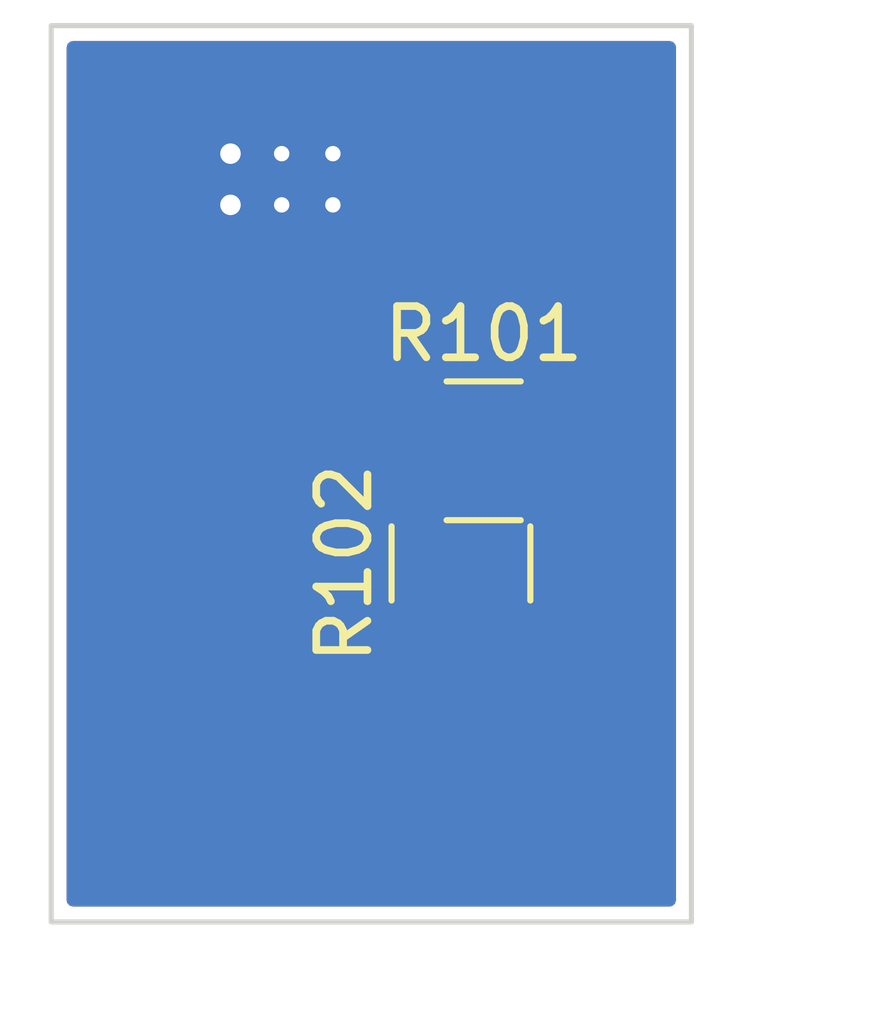
<source format=kicad_pcb>
(kicad_pcb (version 20221018) (generator pcbnew)
  (layers (0 "F.Cu" signal) (31 "B.Cu" signal) (34 "B.Paste" user) (35 "F.Paste" user) (36 "B.SilkS" user "B.Silkscreen") (37 "F.SilkS" user "F.Silkscreen") (38 "B.Mask" user) (39 "F.Mask" user) (44 "Edge.Cuts" user))
  (net 0 "")
  (net 1 "GND")
  (footprint "Resistor_SMD:R_1210_3225Metric" (layer "F.Cu") (at 135.4435 83.801)
    (fp_text reference "R101" (at 0 -2.28) (layer "F.SilkS"))
    (fp_text value "R")
    (fp_line (start -0.723737 -1.355) (end 0.723737 -1.355) (stroke (width 0.12)) (layer "F.SilkS"))
    (fp_line (start -0.723737 1.355) (end 0.723737 1.355) (stroke (width 0.12)) (layer "F.SilkS"))
    (pad "1" smd roundrect (at -1.4625 0) (size 1.125 2.65) (layers "F.Cu" "F.Paste" "F.Mask") (roundrect_rratio 0.222222) (net 1 "GND"))
    (pad "2" smd roundrect (at 1.4625 0) (size 1.125 2.65) (layers "F.Cu" "F.Paste" "F.Mask") (roundrect_rratio 0.222222) (net 1 "GND"))
  )
  (footprint "Resistor_SMD:R_1210_3225Metric" (layer "F.Cu") (at 135 86 90)
    (fp_text reference "R102" (at 0 -2.28 90) (layer "F.SilkS"))
    (fp_text value "R")
    (fp_line (start -0.723737 -1.355) (end 0.723737 -1.355) (stroke (width 0.12)) (layer "F.SilkS"))
    (fp_line (start -0.723737 1.355) (end 0.723737 1.355) (stroke (width 0.12)) (layer "F.SilkS"))
    (pad "1" smd roundrect (at -1.4625 0 90) (size 1.125 2.65) (layers "F.Cu" "F.Paste" "F.Mask") (roundrect_rratio 0.222222) (net 1 "GND"))
    (pad "2" smd roundrect (at 1.4625 0 90) (size 1.125 2.65) (layers "F.Cu" "F.Paste" "F.Mask") (roundrect_rratio 0.222222) (net 1 "GND"))
  )
  (gr_rect (start 127 75.5) (end 139.5 93) (stroke (width 0.1)) (fill none) (layer "Edge.Cuts"))
  (via (at 131.5 78) (size 0.5) (drill 0.3) (layers "F.Cu" "B.Cu") (net 1))
  (via (at 132.5 78) (size 0.5) (drill 0.3) (layers "F.Cu" "B.Cu") (net 1))
  (via (at 131.5 79) (size 0.5) (drill 0.3) (layers "F.Cu" "B.Cu") (net 1))
  (via (at 132.5 79) (size 0.5) (drill 0.3) (layers "F.Cu" "B.Cu") (net 1))
  (via (at 130.5 79) (size 0.8) (drill 0.4) (layers "F.Cu" "B.Cu") (net 1))
  (via (at 130.5 78) (size 0.8) (drill 0.4) (layers "F.Cu" "B.Cu") (net 1))
  (zone (net 1) (net_name "GND") (layers "F&B.Cu") (connect_pads (clearance 0.5)) (min_thickness 0.25) (fill yes (thermal_gap 0.5) (thermal_bridge_width 0.5))
    (polygon (pts (xy 126 75) (xy 143.5 75) (xy 143.5 95) (xy 126 95)))
  )
)
</source>
